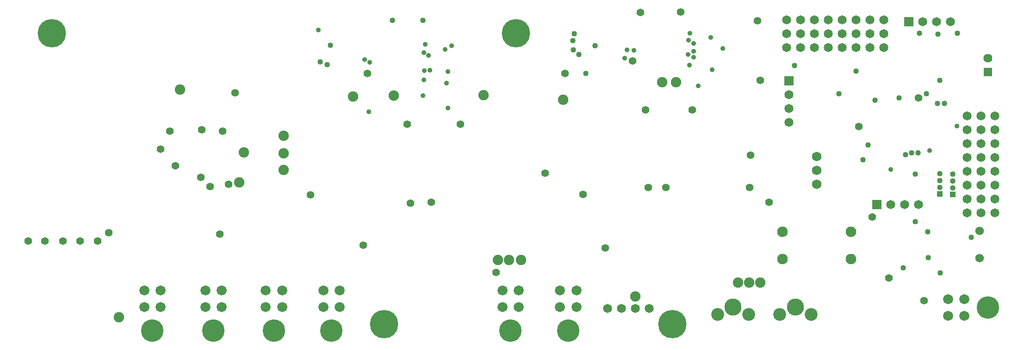
<source format=gbs>
G04 Layer_Color=16711935*
%FSLAX23Y23*%
%MOIN*%
G70*
G01*
G75*
%ADD84C,0.035*%
%ADD140C,0.123*%
%ADD141C,0.092*%
%ADD142C,0.205*%
%ADD143C,0.064*%
%ADD144R,0.064X0.064*%
%ADD145C,0.062*%
%ADD146C,0.005*%
%ADD147C,0.065*%
%ADD148R,0.065X0.065*%
%ADD149R,0.065X0.065*%
%ADD150C,0.076*%
%ADD151C,0.068*%
%ADD152C,0.075*%
%ADD153C,0.065*%
%ADD154C,0.040*%
%ADD155R,0.040X0.040*%
%ADD156C,0.072*%
%ADD157C,0.162*%
%ADD158C,0.055*%
%ADD159C,0.040*%
D84*
X6690Y4530D02*
D03*
X6685Y4465D02*
D03*
X6695Y4720D02*
D03*
X6720Y4640D02*
D03*
X6685Y4660D02*
D03*
X6295Y4590D02*
D03*
X8762Y4536D02*
D03*
X8752Y4771D02*
D03*
X8662Y4421D02*
D03*
X8837Y4691D02*
D03*
X8597Y4571D02*
D03*
X8627Y4626D02*
D03*
Y4671D02*
D03*
X8587Y4646D02*
D03*
X8602Y4801D02*
D03*
X8132Y4621D02*
D03*
X8147Y4681D02*
D03*
X8197Y4676D02*
D03*
X8627Y4726D02*
D03*
X8592Y4751D02*
D03*
X5925Y4825D02*
D03*
X6290Y4235D02*
D03*
X6885Y4710D02*
D03*
X6730Y4535D02*
D03*
X6680Y4350D02*
D03*
X6850Y4440D02*
D03*
X6860Y4260D02*
D03*
Y4525D02*
D03*
X6837Y4685D02*
D03*
X10330Y3955D02*
D03*
X10525Y4130D02*
D03*
X10050Y3818D02*
D03*
X6260Y4610D02*
D03*
D140*
X9362Y2823D02*
D03*
X8913D02*
D03*
D141*
X9250Y2770D02*
D03*
X9474D02*
D03*
X8801D02*
D03*
X9026D02*
D03*
D142*
X8475Y2700D02*
D03*
X7350Y4800D02*
D03*
X6400Y2700D02*
D03*
X4005Y4800D02*
D03*
D143*
X10750Y4620D02*
D03*
D144*
Y4520D02*
D03*
D145*
X10690Y3375D02*
D03*
Y3178D02*
D03*
D146*
X10796Y3414D02*
D03*
Y3139D02*
D03*
D147*
X10480Y4883D02*
D03*
X10380D02*
D03*
X10280D02*
D03*
X10250Y3563D02*
D03*
X10150D02*
D03*
X10050D02*
D03*
X9315Y4158D02*
D03*
Y4258D02*
D03*
Y4358D02*
D03*
X10800Y4203D02*
D03*
X10700D02*
D03*
X10600D02*
D03*
Y4103D02*
D03*
X10700D02*
D03*
X10800D02*
D03*
X10600Y4003D02*
D03*
X10700D02*
D03*
X10800D02*
D03*
X10600Y3903D02*
D03*
X10700D02*
D03*
X10800D02*
D03*
X10600Y3803D02*
D03*
X10700D02*
D03*
X10800D02*
D03*
X10600Y3703D02*
D03*
X10700D02*
D03*
X10800D02*
D03*
X10600Y3603D02*
D03*
X10700D02*
D03*
X10800D02*
D03*
X10600Y3503D02*
D03*
X10700D02*
D03*
X10800D02*
D03*
X9300Y4898D02*
D03*
Y4798D02*
D03*
Y4698D02*
D03*
X9400D02*
D03*
Y4798D02*
D03*
Y4898D02*
D03*
X9500Y4698D02*
D03*
Y4798D02*
D03*
Y4898D02*
D03*
X9600Y4698D02*
D03*
Y4798D02*
D03*
Y4898D02*
D03*
X9700Y4698D02*
D03*
Y4798D02*
D03*
Y4898D02*
D03*
X9800Y4698D02*
D03*
Y4798D02*
D03*
Y4898D02*
D03*
X9900Y4698D02*
D03*
Y4798D02*
D03*
Y4898D02*
D03*
X10000Y4698D02*
D03*
Y4798D02*
D03*
Y4898D02*
D03*
D148*
X10180Y4883D02*
D03*
X9950Y3563D02*
D03*
D149*
X9315Y4458D02*
D03*
D150*
X9762Y3366D02*
D03*
X9270D02*
D03*
X9762Y3169D02*
D03*
X9270D02*
D03*
D151*
X9515Y3711D02*
D03*
Y3811D02*
D03*
Y3911D02*
D03*
D152*
X8210Y2900D02*
D03*
X4490Y2750D02*
D03*
X5390Y3940D02*
D03*
X4930Y4395D02*
D03*
X9030Y3000D02*
D03*
X9110D02*
D03*
X8950D02*
D03*
X7687Y4321D02*
D03*
X8502Y4446D02*
D03*
X8402D02*
D03*
X5355Y3725D02*
D03*
X5675Y4060D02*
D03*
Y3935D02*
D03*
Y3815D02*
D03*
X6175Y4345D02*
D03*
X6470Y4350D02*
D03*
X7115Y4355D02*
D03*
X7220Y3165D02*
D03*
X7300D02*
D03*
X7385D02*
D03*
D153*
X8010Y2815D02*
D03*
X8110D02*
D03*
X8210D02*
D03*
X8310D02*
D03*
D154*
X10401Y3787D02*
D03*
Y3737D02*
D03*
Y3688D02*
D03*
X10495Y3783D02*
D03*
Y3734D02*
D03*
Y3685D02*
D03*
D155*
X10401Y3639D02*
D03*
X10495Y3636D02*
D03*
D156*
X10580Y2761D02*
D03*
Y2879D02*
D03*
X10462D02*
D03*
Y2761D02*
D03*
X5961Y2825D02*
D03*
X6079D02*
D03*
Y2943D02*
D03*
X5961D02*
D03*
X4671Y2825D02*
D03*
X4789D02*
D03*
Y2943D02*
D03*
X4671D02*
D03*
X7666Y2825D02*
D03*
X7784D02*
D03*
Y2943D02*
D03*
X7666D02*
D03*
X5111Y2825D02*
D03*
X5229D02*
D03*
Y2943D02*
D03*
X5111D02*
D03*
X7251Y2825D02*
D03*
X7369D02*
D03*
Y2943D02*
D03*
X7251D02*
D03*
X5546Y2825D02*
D03*
X5664D02*
D03*
Y2943D02*
D03*
X5546D02*
D03*
D157*
X10750Y2820D02*
D03*
X6020Y2655D02*
D03*
X4730D02*
D03*
X7725D02*
D03*
X5170D02*
D03*
X7310D02*
D03*
X5605D02*
D03*
D158*
X4790Y3965D02*
D03*
X5085Y4105D02*
D03*
X5325Y4370D02*
D03*
X4855Y4095D02*
D03*
X4415Y3360D02*
D03*
X6280Y4510D02*
D03*
X8617Y4246D02*
D03*
X8282D02*
D03*
X7557Y3791D02*
D03*
X7702Y4511D02*
D03*
X9032Y3686D02*
D03*
X9037Y3921D02*
D03*
X7832Y3636D02*
D03*
X7992Y3251D02*
D03*
X8427Y3686D02*
D03*
X8302D02*
D03*
X8187Y4601D02*
D03*
X3835Y3300D02*
D03*
X3955D02*
D03*
X4085D02*
D03*
X4210D02*
D03*
X4335D02*
D03*
X9817Y4128D02*
D03*
X10250Y4333D02*
D03*
X9915Y3473D02*
D03*
X9090Y4890D02*
D03*
X9110Y4460D02*
D03*
X5235Y4095D02*
D03*
X5215Y3350D02*
D03*
X4895Y3845D02*
D03*
X5080Y3760D02*
D03*
X5280Y3710D02*
D03*
X5145Y3695D02*
D03*
X6565Y4145D02*
D03*
X6950D02*
D03*
X5870Y3635D02*
D03*
X7205Y3075D02*
D03*
X6250Y3270D02*
D03*
X6590Y3575D02*
D03*
X6740Y3580D02*
D03*
X9172Y3581D02*
D03*
X8245Y4950D02*
D03*
X8535Y4955D02*
D03*
X10290Y2870D02*
D03*
X10035Y3035D02*
D03*
D159*
X6457Y4895D02*
D03*
X6680D02*
D03*
X5940Y4595D02*
D03*
X5990Y4575D02*
D03*
X7757Y4746D02*
D03*
X7762Y4681D02*
D03*
X7802Y4646D02*
D03*
X7852Y4511D02*
D03*
X7917Y4711D02*
D03*
X7767Y4796D02*
D03*
X10630Y3326D02*
D03*
X10320Y3181D02*
D03*
X10315Y3366D02*
D03*
X10405Y3071D02*
D03*
X10140Y3106D02*
D03*
X10200Y3938D02*
D03*
X10245D02*
D03*
X10155Y3923D02*
D03*
X10225Y3783D02*
D03*
X9850Y3888D02*
D03*
X9800Y4528D02*
D03*
X9935Y4318D02*
D03*
X9675Y4363D02*
D03*
X10436Y4293D02*
D03*
X9355Y4568D02*
D03*
X10110Y4333D02*
D03*
X10305Y4363D02*
D03*
X10402Y4461D02*
D03*
X10386Y4293D02*
D03*
X9885Y3993D02*
D03*
X6011Y4714D02*
D03*
X10255Y4800D02*
D03*
X10390Y4795D02*
D03*
X10530Y4800D02*
D03*
X10225Y3440D02*
D03*
M02*

</source>
